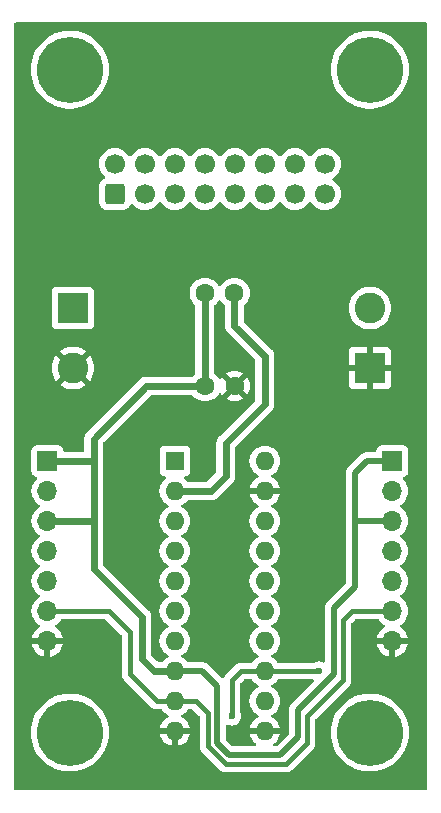
<source format=gbr>
G04 #@! TF.GenerationSoftware,KiCad,Pcbnew,7.0.1*
G04 #@! TF.CreationDate,2023-05-03T21:59:58+05:00*
G04 #@! TF.ProjectId,Breakout_TPIC6B595N_v1.0,42726561-6b6f-4757-945f-545049433642,rev?*
G04 #@! TF.SameCoordinates,Original*
G04 #@! TF.FileFunction,Copper,L1,Top*
G04 #@! TF.FilePolarity,Positive*
%FSLAX46Y46*%
G04 Gerber Fmt 4.6, Leading zero omitted, Abs format (unit mm)*
G04 Created by KiCad (PCBNEW 7.0.1) date 2023-05-03 21:59:58*
%MOMM*%
%LPD*%
G01*
G04 APERTURE LIST*
G04 Aperture macros list*
%AMRoundRect*
0 Rectangle with rounded corners*
0 $1 Rounding radius*
0 $2 $3 $4 $5 $6 $7 $8 $9 X,Y pos of 4 corners*
0 Add a 4 corners polygon primitive as box body*
4,1,4,$2,$3,$4,$5,$6,$7,$8,$9,$2,$3,0*
0 Add four circle primitives for the rounded corners*
1,1,$1+$1,$2,$3*
1,1,$1+$1,$4,$5*
1,1,$1+$1,$6,$7*
1,1,$1+$1,$8,$9*
0 Add four rect primitives between the rounded corners*
20,1,$1+$1,$2,$3,$4,$5,0*
20,1,$1+$1,$4,$5,$6,$7,0*
20,1,$1+$1,$6,$7,$8,$9,0*
20,1,$1+$1,$8,$9,$2,$3,0*%
G04 Aperture macros list end*
G04 #@! TA.AperFunction,ComponentPad*
%ADD10C,5.600000*%
G04 #@! TD*
G04 #@! TA.AperFunction,ComponentPad*
%ADD11C,1.600000*%
G04 #@! TD*
G04 #@! TA.AperFunction,ComponentPad*
%ADD12R,1.700000X1.700000*%
G04 #@! TD*
G04 #@! TA.AperFunction,ComponentPad*
%ADD13O,1.700000X1.700000*%
G04 #@! TD*
G04 #@! TA.AperFunction,ComponentPad*
%ADD14RoundRect,0.250000X0.600000X-0.600000X0.600000X0.600000X-0.600000X0.600000X-0.600000X-0.600000X0*%
G04 #@! TD*
G04 #@! TA.AperFunction,ComponentPad*
%ADD15C,1.700000*%
G04 #@! TD*
G04 #@! TA.AperFunction,ComponentPad*
%ADD16R,1.600000X1.600000*%
G04 #@! TD*
G04 #@! TA.AperFunction,ComponentPad*
%ADD17O,1.600000X1.600000*%
G04 #@! TD*
G04 #@! TA.AperFunction,ComponentPad*
%ADD18R,2.600000X2.600000*%
G04 #@! TD*
G04 #@! TA.AperFunction,ComponentPad*
%ADD19C,2.600000*%
G04 #@! TD*
G04 #@! TA.AperFunction,ViaPad*
%ADD20C,0.600000*%
G04 #@! TD*
G04 #@! TA.AperFunction,Conductor*
%ADD21C,0.500000*%
G04 #@! TD*
G04 #@! TA.AperFunction,Conductor*
%ADD22C,0.600000*%
G04 #@! TD*
G04 #@! TA.AperFunction,Conductor*
%ADD23C,0.400000*%
G04 #@! TD*
G04 APERTURE END LIST*
D10*
X125730000Y-55000000D03*
D11*
X137180000Y-81788000D03*
X139680000Y-81788000D03*
D10*
X151130000Y-111125000D03*
D12*
X153035000Y-88138000D03*
D13*
X153035000Y-90678000D03*
X153035000Y-93218000D03*
X153035000Y-95758000D03*
X153035000Y-98298000D03*
X153035000Y-100838000D03*
X153035000Y-103378000D03*
D10*
X125730000Y-111125000D03*
D11*
X137160000Y-73914000D03*
X139660000Y-73914000D03*
D14*
X129540000Y-65522500D03*
D15*
X129540000Y-62982500D03*
X132080000Y-65522500D03*
X132080000Y-62982500D03*
X134620000Y-65522500D03*
X134620000Y-62982500D03*
X137160000Y-65522500D03*
X137160000Y-62982500D03*
X139700000Y-65522500D03*
X139700000Y-62982500D03*
X142240000Y-65522500D03*
X142240000Y-62982500D03*
X144780000Y-65522500D03*
X144780000Y-62982500D03*
X147320000Y-65522500D03*
X147320000Y-62982500D03*
D16*
X134615000Y-88138000D03*
D17*
X134615000Y-90678000D03*
X134615000Y-93218000D03*
X134615000Y-95758000D03*
X134615000Y-98298000D03*
X134615000Y-100838000D03*
X134615000Y-103378000D03*
X134615000Y-105918000D03*
X134615000Y-108458000D03*
X134615000Y-110998000D03*
X142235000Y-110998000D03*
X142235000Y-108458000D03*
X142235000Y-105918000D03*
X142235000Y-103378000D03*
X142235000Y-100838000D03*
X142235000Y-98298000D03*
X142235000Y-95758000D03*
X142235000Y-93218000D03*
X142235000Y-90678000D03*
X142235000Y-88138000D03*
D18*
X125984000Y-75184000D03*
D19*
X125984000Y-80264000D03*
D10*
X151130000Y-55000000D03*
D18*
X151130000Y-80264000D03*
D19*
X151130000Y-75184000D03*
D12*
X123825000Y-88138000D03*
D13*
X123825000Y-90678000D03*
X123825000Y-93218000D03*
X123825000Y-95758000D03*
X123825000Y-98298000D03*
X123825000Y-100838000D03*
X123825000Y-103378000D03*
D20*
X147066000Y-114300000D03*
X123952000Y-106172000D03*
X127508000Y-105664000D03*
X150622000Y-106934000D03*
X153162000Y-106426000D03*
X150622000Y-84328000D03*
X124968000Y-84582000D03*
X131318000Y-87884000D03*
X146304000Y-86360000D03*
X154178000Y-69596000D03*
X122936000Y-69850000D03*
X130048000Y-70612000D03*
X122682000Y-61214000D03*
X122936000Y-66802000D03*
X130302000Y-58674000D03*
X153670000Y-63500000D03*
X146812000Y-70866000D03*
X145288000Y-58928000D03*
X138684000Y-58420000D03*
X138176000Y-69596000D03*
X139446000Y-109728000D03*
X146812000Y-105918000D03*
D21*
X153035000Y-93218000D02*
X149860000Y-93218000D01*
X149860000Y-93218000D02*
X149860000Y-89154000D01*
X149860000Y-98806000D02*
X149860000Y-93218000D01*
D22*
X127762000Y-94234000D02*
X127762000Y-93218000D01*
X132842000Y-105918000D02*
X131826000Y-104902000D01*
X137160000Y-81768000D02*
X137180000Y-81788000D01*
X127635000Y-88138000D02*
X127762000Y-88265000D01*
X127762000Y-93218000D02*
X123825000Y-93218000D01*
D21*
X136906000Y-105918000D02*
X138176000Y-107188000D01*
X138176000Y-112014000D02*
X139192000Y-113030000D01*
D22*
X127762000Y-89154000D02*
X127762000Y-86233000D01*
X131826000Y-104902000D02*
X131826000Y-101346000D01*
X132207000Y-81788000D02*
X137180000Y-81788000D01*
D21*
X145034000Y-109220000D02*
X148082000Y-106172000D01*
D22*
X127762000Y-88265000D02*
X127762000Y-89154000D01*
X127762000Y-86233000D02*
X132207000Y-81788000D01*
D21*
X149860000Y-89154000D02*
X150876000Y-88138000D01*
X139192000Y-113030000D02*
X143510000Y-113030000D01*
D22*
X123825000Y-88138000D02*
X127635000Y-88138000D01*
X131826000Y-101346000D02*
X127762000Y-97282000D01*
X127762000Y-89154000D02*
X127762000Y-94234000D01*
D21*
X134615000Y-105918000D02*
X136906000Y-105918000D01*
X148082000Y-100584000D02*
X149860000Y-98806000D01*
X145034000Y-111506000D02*
X145034000Y-109220000D01*
X138176000Y-107188000D02*
X138176000Y-112014000D01*
X148082000Y-106172000D02*
X148082000Y-100584000D01*
D22*
X127762000Y-97282000D02*
X127762000Y-94234000D01*
D21*
X143510000Y-113030000D02*
X145034000Y-111506000D01*
D22*
X134615000Y-105918000D02*
X132842000Y-105918000D01*
D21*
X150876000Y-88138000D02*
X153035000Y-88138000D01*
D22*
X137160000Y-73914000D02*
X137160000Y-81768000D01*
D23*
X139446000Y-106680000D02*
X140208000Y-105918000D01*
X140208000Y-105918000D02*
X142235000Y-105918000D01*
X146812000Y-105918000D02*
X142235000Y-105918000D01*
X139446000Y-109728000D02*
X139446000Y-106680000D01*
X137414000Y-109474000D02*
X136398000Y-108458000D01*
X133096000Y-108458000D02*
X134615000Y-108458000D01*
X138938000Y-113792000D02*
X137414000Y-112268000D01*
X137414000Y-112268000D02*
X137414000Y-109474000D01*
X130810000Y-106172000D02*
X133096000Y-108458000D01*
X129032000Y-100838000D02*
X130810000Y-102616000D01*
X123825000Y-100838000D02*
X129032000Y-100838000D01*
X149606000Y-100838000D02*
X148844000Y-101600000D01*
X148844000Y-106680000D02*
X145796000Y-109728000D01*
X145796000Y-112014000D02*
X144018000Y-113792000D01*
X145796000Y-109728000D02*
X145796000Y-112014000D01*
X130810000Y-102616000D02*
X130810000Y-106172000D01*
X148844000Y-101600000D02*
X148844000Y-106680000D01*
X144018000Y-113792000D02*
X138938000Y-113792000D01*
X153035000Y-100838000D02*
X149606000Y-100838000D01*
X136398000Y-108458000D02*
X134615000Y-108458000D01*
D22*
X134615000Y-90678000D02*
X137668000Y-90678000D01*
X142240000Y-79248000D02*
X139660000Y-76668000D01*
X138938000Y-89408000D02*
X138938000Y-86614000D01*
X142240000Y-83312000D02*
X142240000Y-79248000D01*
X139660000Y-76668000D02*
X139660000Y-73914000D01*
X138938000Y-86614000D02*
X142240000Y-83312000D01*
X137668000Y-90678000D02*
X138938000Y-89408000D01*
G04 #@! TA.AperFunction,Conductor*
G36*
X141130584Y-106632511D02*
G01*
X141174902Y-106671377D01*
X141234953Y-106757140D01*
X141395859Y-106918046D01*
X141549381Y-107025542D01*
X141582266Y-107048568D01*
X141640275Y-107075618D01*
X141692450Y-107121375D01*
X141711869Y-107188000D01*
X141692450Y-107254625D01*
X141640275Y-107300382D01*
X141582263Y-107327433D01*
X141395859Y-107457953D01*
X141234953Y-107618859D01*
X141104432Y-107805264D01*
X141008261Y-108011502D01*
X140949364Y-108231310D01*
X140929531Y-108458000D01*
X140949364Y-108684689D01*
X141008261Y-108904497D01*
X141104432Y-109110735D01*
X141234953Y-109297140D01*
X141395859Y-109458046D01*
X141582264Y-109588567D01*
X141582265Y-109588567D01*
X141582266Y-109588568D01*
X141640865Y-109615893D01*
X141693040Y-109661650D01*
X141712460Y-109728274D01*
X141693041Y-109794899D01*
X141640866Y-109840656D01*
X141582522Y-109867863D01*
X141396180Y-109998341D01*
X141235341Y-110159180D01*
X141104865Y-110345519D01*
X141008733Y-110551673D01*
X140956128Y-110747999D01*
X140956128Y-110748000D01*
X143513872Y-110748000D01*
X143513871Y-110747999D01*
X143461266Y-110551673D01*
X143365134Y-110345519D01*
X143234658Y-110159180D01*
X143073819Y-109998341D01*
X142887482Y-109867866D01*
X142829133Y-109840657D01*
X142776958Y-109794899D01*
X142757539Y-109728274D01*
X142776959Y-109661649D01*
X142829134Y-109615893D01*
X142887734Y-109588568D01*
X143074139Y-109458047D01*
X143235047Y-109297139D01*
X143365568Y-109110734D01*
X143461739Y-108904496D01*
X143520635Y-108684692D01*
X143540468Y-108458000D01*
X143520635Y-108231308D01*
X143461739Y-108011504D01*
X143365568Y-107805266D01*
X143342877Y-107772860D01*
X143235046Y-107618859D01*
X143074140Y-107457953D01*
X142887733Y-107327431D01*
X142829725Y-107300382D01*
X142777549Y-107254625D01*
X142758129Y-107188000D01*
X142777549Y-107121375D01*
X142829725Y-107075618D01*
X142887734Y-107048568D01*
X143074139Y-106918047D01*
X143235047Y-106757139D01*
X143269697Y-106707653D01*
X143295098Y-106671377D01*
X143339416Y-106632511D01*
X143396673Y-106618500D01*
X146274770Y-106618500D01*
X146331065Y-106632015D01*
X146375088Y-106669615D01*
X146397243Y-106723102D01*
X146392701Y-106780818D01*
X146362451Y-106830181D01*
X144548358Y-108644272D01*
X144534727Y-108656053D01*
X144515467Y-108670392D01*
X144483633Y-108708329D01*
X144476341Y-108716289D01*
X144472408Y-108720222D01*
X144453176Y-108744545D01*
X144450902Y-108747337D01*
X144401894Y-108805744D01*
X144391418Y-108822187D01*
X144359192Y-108891294D01*
X144357622Y-108894536D01*
X144323393Y-108962692D01*
X144316996Y-108981098D01*
X144301573Y-109055788D01*
X144300793Y-109059305D01*
X144283208Y-109133505D01*
X144281229Y-109152878D01*
X144283448Y-109229131D01*
X144283500Y-109232737D01*
X144283500Y-111143771D01*
X144274061Y-111191224D01*
X144247181Y-111231452D01*
X143235451Y-112243181D01*
X143195223Y-112270061D01*
X143147770Y-112279500D01*
X143064587Y-112279500D01*
X143004471Y-112263953D01*
X142959429Y-112221210D01*
X142940757Y-112161990D01*
X142953136Y-112101142D01*
X142993463Y-112053925D01*
X143073819Y-111997658D01*
X143234658Y-111836819D01*
X143365134Y-111650480D01*
X143461266Y-111444326D01*
X143513872Y-111248000D01*
X140956128Y-111248000D01*
X141008733Y-111444326D01*
X141104865Y-111650480D01*
X141235341Y-111836819D01*
X141396180Y-111997658D01*
X141476537Y-112053925D01*
X141516864Y-112101142D01*
X141529243Y-112161990D01*
X141510571Y-112221210D01*
X141465529Y-112263953D01*
X141405413Y-112279500D01*
X139554230Y-112279500D01*
X139506777Y-112270061D01*
X139466549Y-112243181D01*
X138962819Y-111739451D01*
X138935939Y-111699223D01*
X138926500Y-111651770D01*
X138926500Y-110569073D01*
X138940333Y-110512159D01*
X138978745Y-110467944D01*
X139033166Y-110446291D01*
X139091454Y-110452031D01*
X139096477Y-110453788D01*
X139096478Y-110453789D01*
X139266745Y-110513368D01*
X139446000Y-110533565D01*
X139625255Y-110513368D01*
X139795522Y-110453789D01*
X139948262Y-110357816D01*
X140075816Y-110230262D01*
X140171789Y-110077522D01*
X140231368Y-109907255D01*
X140251565Y-109728000D01*
X140231368Y-109548745D01*
X140171789Y-109378478D01*
X140165505Y-109368478D01*
X140146500Y-109302507D01*
X140146500Y-107021519D01*
X140155939Y-106974066D01*
X140182819Y-106933838D01*
X140461838Y-106654819D01*
X140502066Y-106627939D01*
X140549519Y-106618500D01*
X141073327Y-106618500D01*
X141130584Y-106632511D01*
G37*
G04 #@! TD.AperFunction*
G04 #@! TA.AperFunction,Conductor*
G36*
X138476626Y-74499439D02*
G01*
X138522380Y-74551612D01*
X138529432Y-74566734D01*
X138529434Y-74566738D01*
X138659953Y-74753140D01*
X138823181Y-74916368D01*
X138850061Y-74956596D01*
X138859500Y-75004049D01*
X138859500Y-76758196D01*
X138868017Y-76795518D01*
X138870345Y-76809219D01*
X138874631Y-76847252D01*
X138887272Y-76883380D01*
X138891119Y-76896736D01*
X138899638Y-76934058D01*
X138916250Y-76968553D01*
X138921570Y-76981398D01*
X138934209Y-77017520D01*
X138944770Y-77034327D01*
X138954576Y-77049933D01*
X138961298Y-77062095D01*
X138977908Y-77096586D01*
X139001772Y-77126510D01*
X139009818Y-77137850D01*
X139030184Y-77170262D01*
X141403181Y-79543259D01*
X141430061Y-79583487D01*
X141439500Y-79630940D01*
X141439500Y-82929060D01*
X141430061Y-82976513D01*
X141403181Y-83016741D01*
X138418297Y-86001624D01*
X138308185Y-86111735D01*
X138287817Y-86144151D01*
X138279772Y-86155489D01*
X138255908Y-86185413D01*
X138239300Y-86219899D01*
X138232576Y-86232064D01*
X138212211Y-86264475D01*
X138199565Y-86300613D01*
X138194246Y-86313453D01*
X138177639Y-86347938D01*
X138169118Y-86385268D01*
X138165270Y-86398623D01*
X138152631Y-86434743D01*
X138148345Y-86472780D01*
X138146017Y-86486480D01*
X138137500Y-86523803D01*
X138137500Y-89025060D01*
X138128061Y-89072513D01*
X138101181Y-89112741D01*
X137372741Y-89841181D01*
X137332513Y-89868061D01*
X137285060Y-89877500D01*
X135705049Y-89877500D01*
X135657596Y-89868061D01*
X135617368Y-89841181D01*
X135454140Y-89677953D01*
X135429537Y-89660726D01*
X135390399Y-89615884D01*
X135376666Y-89557970D01*
X135391500Y-89500328D01*
X135431485Y-89456239D01*
X135487406Y-89435861D01*
X135522483Y-89432091D01*
X135657331Y-89381796D01*
X135772546Y-89295546D01*
X135858796Y-89180331D01*
X135909091Y-89045483D01*
X135915500Y-88985873D01*
X135915499Y-87290128D01*
X135909091Y-87230517D01*
X135858796Y-87095669D01*
X135772546Y-86980454D01*
X135657331Y-86894204D01*
X135522483Y-86843909D01*
X135462873Y-86837500D01*
X135462869Y-86837500D01*
X133767130Y-86837500D01*
X133707515Y-86843909D01*
X133572669Y-86894204D01*
X133457454Y-86980454D01*
X133371204Y-87095668D01*
X133320909Y-87230516D01*
X133314500Y-87290130D01*
X133314500Y-88985869D01*
X133320909Y-89045484D01*
X133339558Y-89095483D01*
X133371204Y-89180331D01*
X133457454Y-89295546D01*
X133572669Y-89381796D01*
X133707517Y-89432091D01*
X133742594Y-89435862D01*
X133798513Y-89456239D01*
X133838497Y-89500327D01*
X133853332Y-89557968D01*
X133839600Y-89615881D01*
X133800464Y-89660724D01*
X133775860Y-89677952D01*
X133614953Y-89838859D01*
X133484432Y-90025264D01*
X133388261Y-90231502D01*
X133329364Y-90451310D01*
X133309531Y-90678000D01*
X133329364Y-90904689D01*
X133388261Y-91124497D01*
X133484432Y-91330735D01*
X133614953Y-91517140D01*
X133775859Y-91678046D01*
X133962263Y-91808566D01*
X133962266Y-91808568D01*
X134019683Y-91835342D01*
X134020275Y-91835618D01*
X134072450Y-91881375D01*
X134091869Y-91948000D01*
X134072450Y-92014625D01*
X134020275Y-92060382D01*
X133962263Y-92087433D01*
X133775859Y-92217953D01*
X133614953Y-92378859D01*
X133484432Y-92565264D01*
X133388261Y-92771502D01*
X133329364Y-92991310D01*
X133309531Y-93218000D01*
X133329364Y-93444689D01*
X133388261Y-93664497D01*
X133484432Y-93870735D01*
X133614953Y-94057140D01*
X133775859Y-94218046D01*
X133962263Y-94348566D01*
X133962266Y-94348568D01*
X134020275Y-94375618D01*
X134072450Y-94421375D01*
X134091869Y-94488000D01*
X134072450Y-94554625D01*
X134020275Y-94600382D01*
X133962263Y-94627433D01*
X133775859Y-94757953D01*
X133614953Y-94918859D01*
X133484432Y-95105264D01*
X133388261Y-95311502D01*
X133329364Y-95531310D01*
X133309531Y-95758000D01*
X133329364Y-95984689D01*
X133388261Y-96204497D01*
X133484432Y-96410735D01*
X133614953Y-96597140D01*
X133775859Y-96758046D01*
X133830765Y-96796491D01*
X133962266Y-96888568D01*
X134020273Y-96915617D01*
X134072449Y-96961373D01*
X134091869Y-97027997D01*
X134072451Y-97094622D01*
X134020276Y-97140380D01*
X133962266Y-97167431D01*
X133775859Y-97297953D01*
X133614953Y-97458859D01*
X133484432Y-97645264D01*
X133388261Y-97851502D01*
X133329364Y-98071310D01*
X133309531Y-98298000D01*
X133329364Y-98524689D01*
X133388261Y-98744497D01*
X133484432Y-98950735D01*
X133614953Y-99137140D01*
X133775859Y-99298046D01*
X133858067Y-99355608D01*
X133962266Y-99428568D01*
X134020275Y-99455618D01*
X134072450Y-99501375D01*
X134091869Y-99568000D01*
X134072450Y-99634625D01*
X134020275Y-99680382D01*
X133962263Y-99707433D01*
X133775859Y-99837953D01*
X133614953Y-99998859D01*
X133484432Y-100185264D01*
X133388261Y-100391502D01*
X133329364Y-100611310D01*
X133309531Y-100838000D01*
X133329364Y-101064689D01*
X133388261Y-101284497D01*
X133484432Y-101490735D01*
X133614953Y-101677140D01*
X133775859Y-101838046D01*
X133962263Y-101968566D01*
X133962266Y-101968568D01*
X134020275Y-101995618D01*
X134072450Y-102041375D01*
X134091869Y-102108000D01*
X134072450Y-102174625D01*
X134020275Y-102220382D01*
X133962263Y-102247433D01*
X133775859Y-102377953D01*
X133614953Y-102538859D01*
X133484432Y-102725264D01*
X133388261Y-102931502D01*
X133329364Y-103151310D01*
X133309531Y-103378000D01*
X133329364Y-103604689D01*
X133388261Y-103824497D01*
X133484432Y-104030735D01*
X133614953Y-104217140D01*
X133775859Y-104378046D01*
X133830215Y-104416106D01*
X133962266Y-104508568D01*
X134020275Y-104535618D01*
X134072450Y-104581375D01*
X134091869Y-104648000D01*
X134072450Y-104714625D01*
X134020275Y-104760382D01*
X133962263Y-104787433D01*
X133775859Y-104917953D01*
X133612632Y-105081181D01*
X133572404Y-105108061D01*
X133524951Y-105117500D01*
X133224940Y-105117500D01*
X133177487Y-105108061D01*
X133137259Y-105081181D01*
X132662819Y-104606741D01*
X132635939Y-104566513D01*
X132626500Y-104519060D01*
X132626500Y-101255807D01*
X132617982Y-101218487D01*
X132615653Y-101204776D01*
X132611368Y-101166745D01*
X132598725Y-101130611D01*
X132594876Y-101117250D01*
X132586360Y-101079939D01*
X132569749Y-101045446D01*
X132564427Y-101032597D01*
X132551789Y-100996478D01*
X132531428Y-100964074D01*
X132524704Y-100951909D01*
X132508092Y-100917412D01*
X132484221Y-100887480D01*
X132476180Y-100876147D01*
X132455816Y-100843738D01*
X132328262Y-100716184D01*
X128598819Y-96986741D01*
X128571939Y-96946513D01*
X128562500Y-96899060D01*
X128562500Y-93269915D01*
X128563280Y-93256030D01*
X128567565Y-93218000D01*
X128563280Y-93179970D01*
X128562500Y-93166085D01*
X128562500Y-86615940D01*
X128571939Y-86568487D01*
X128598819Y-86528259D01*
X132502259Y-82624819D01*
X132542487Y-82597939D01*
X132589940Y-82588500D01*
X136089951Y-82588500D01*
X136137404Y-82597939D01*
X136177632Y-82624819D01*
X136340859Y-82788046D01*
X136527264Y-82918567D01*
X136527265Y-82918567D01*
X136527266Y-82918568D01*
X136733504Y-83014739D01*
X136953308Y-83073635D01*
X137180000Y-83093468D01*
X137406692Y-83073635D01*
X137626496Y-83014739D01*
X137832734Y-82918568D01*
X137906344Y-82867026D01*
X138954526Y-82867026D01*
X139027515Y-82918133D01*
X139233673Y-83014266D01*
X139453397Y-83073141D01*
X139680000Y-83092966D01*
X139906602Y-83073141D01*
X140126326Y-83014266D01*
X140332480Y-82918134D01*
X140405472Y-82867025D01*
X139680001Y-82141553D01*
X139680000Y-82141553D01*
X138954526Y-82867025D01*
X138954526Y-82867026D01*
X137906344Y-82867026D01*
X138019139Y-82788047D01*
X138180047Y-82627139D01*
X138310568Y-82440734D01*
X138317893Y-82425023D01*
X138363647Y-82372849D01*
X138430273Y-82353428D01*
X138496899Y-82372847D01*
X138542657Y-82425023D01*
X138549866Y-82440483D01*
X138600972Y-82513471D01*
X138600974Y-82513472D01*
X139326446Y-81788001D01*
X140033553Y-81788001D01*
X140759025Y-82513472D01*
X140810134Y-82440480D01*
X140906266Y-82234326D01*
X140965141Y-82014602D01*
X140984966Y-81788000D01*
X140965141Y-81561397D01*
X140906266Y-81341673D01*
X140810133Y-81135515D01*
X140759025Y-81062526D01*
X140033553Y-81788000D01*
X140033553Y-81788001D01*
X139326446Y-81788001D01*
X139326446Y-81788000D01*
X138600973Y-81062526D01*
X138600973Y-81062527D01*
X138549865Y-81135517D01*
X138542656Y-81150977D01*
X138496899Y-81203151D01*
X138430274Y-81222570D01*
X138363649Y-81203150D01*
X138317893Y-81150975D01*
X138310567Y-81135264D01*
X138180046Y-80948859D01*
X138019141Y-80787954D01*
X138013378Y-80783919D01*
X137974511Y-80739601D01*
X137967016Y-80708973D01*
X138954526Y-80708973D01*
X139680000Y-81434446D01*
X139680001Y-81434446D01*
X140405472Y-80708974D01*
X140405471Y-80708972D01*
X140332484Y-80657866D01*
X140126326Y-80561733D01*
X139906602Y-80502858D01*
X139680000Y-80483033D01*
X139453397Y-80502858D01*
X139233672Y-80561733D01*
X139027516Y-80657865D01*
X138954527Y-80708973D01*
X138954526Y-80708973D01*
X137967016Y-80708973D01*
X137960500Y-80682343D01*
X137960500Y-75004049D01*
X137969939Y-74956596D01*
X137996819Y-74916368D01*
X138160046Y-74753140D01*
X138290565Y-74566738D01*
X138290564Y-74566738D01*
X138290568Y-74566734D01*
X138297619Y-74551612D01*
X138343374Y-74499439D01*
X138410000Y-74480019D01*
X138476626Y-74499439D01*
G37*
G04 #@! TD.AperFunction*
G04 #@! TA.AperFunction,Conductor*
G36*
X155937500Y-51017113D02*
G01*
X155982887Y-51062500D01*
X155999500Y-51124500D01*
X155999500Y-115875500D01*
X155982887Y-115937500D01*
X155937500Y-115982887D01*
X155875500Y-115999500D01*
X121124500Y-115999500D01*
X121062500Y-115982887D01*
X121017113Y-115937500D01*
X121000500Y-115875500D01*
X121000500Y-111125000D01*
X122424651Y-111125000D01*
X122444027Y-111482364D01*
X122501930Y-111835559D01*
X122597674Y-112180401D01*
X122730146Y-112512881D01*
X122897786Y-112829080D01*
X123098636Y-113125313D01*
X123330332Y-113398086D01*
X123590161Y-113644210D01*
X123875080Y-113860799D01*
X123875081Y-113860800D01*
X124181747Y-114045315D01*
X124506565Y-114195591D01*
X124845726Y-114309868D01*
X125195254Y-114386805D01*
X125516151Y-114421704D01*
X125551051Y-114425500D01*
X125551052Y-114425500D01*
X125908948Y-114425500D01*
X125908949Y-114425500D01*
X125940730Y-114422043D01*
X126264746Y-114386805D01*
X126614274Y-114309868D01*
X126953435Y-114195591D01*
X127278253Y-114045315D01*
X127584919Y-113860800D01*
X127869837Y-113644211D01*
X128129668Y-113398086D01*
X128361365Y-113125311D01*
X128562211Y-112829085D01*
X128681403Y-112604266D01*
X128729853Y-112512881D01*
X128862325Y-112180401D01*
X128958069Y-111835559D01*
X128958068Y-111835559D01*
X128958071Y-111835552D01*
X129015972Y-111482371D01*
X129028679Y-111248000D01*
X133336128Y-111248000D01*
X133388733Y-111444326D01*
X133484865Y-111650480D01*
X133615341Y-111836819D01*
X133776180Y-111997658D01*
X133962519Y-112128134D01*
X134168673Y-112224266D01*
X134364999Y-112276871D01*
X134365000Y-112276872D01*
X134365000Y-111248000D01*
X134865000Y-111248000D01*
X134865000Y-112276871D01*
X135061326Y-112224266D01*
X135267480Y-112128134D01*
X135453819Y-111997658D01*
X135614658Y-111836819D01*
X135745134Y-111650480D01*
X135841266Y-111444326D01*
X135893872Y-111248000D01*
X134865000Y-111248000D01*
X134365000Y-111248000D01*
X133336128Y-111248000D01*
X129028679Y-111248000D01*
X129035348Y-111125000D01*
X129015972Y-110767629D01*
X128958071Y-110414448D01*
X128958069Y-110414440D01*
X128862325Y-110069598D01*
X128729853Y-109737118D01*
X128562213Y-109420919D01*
X128562211Y-109420915D01*
X128361365Y-109124689D01*
X128361363Y-109124686D01*
X128129667Y-108851913D01*
X127869838Y-108605789D01*
X127584918Y-108389199D01*
X127278250Y-108204683D01*
X126953439Y-108054411D01*
X126953440Y-108054411D01*
X126953435Y-108054409D01*
X126614274Y-107940132D01*
X126614273Y-107940131D01*
X126614271Y-107940131D01*
X126402189Y-107893448D01*
X126264746Y-107863195D01*
X126086847Y-107843847D01*
X125908949Y-107824500D01*
X125908948Y-107824500D01*
X125551052Y-107824500D01*
X125551051Y-107824500D01*
X125195254Y-107863195D01*
X124845728Y-107940131D01*
X124742752Y-107974828D01*
X124506565Y-108054409D01*
X124506562Y-108054410D01*
X124506560Y-108054411D01*
X124181749Y-108204683D01*
X123875081Y-108389199D01*
X123590161Y-108605789D01*
X123330332Y-108851913D01*
X123098636Y-109124686D01*
X122897786Y-109420919D01*
X122730146Y-109737118D01*
X122597674Y-110069598D01*
X122501930Y-110414440D01*
X122444027Y-110767635D01*
X122424651Y-111125000D01*
X121000500Y-111125000D01*
X121000500Y-103628000D01*
X122494364Y-103628000D01*
X122551569Y-103841492D01*
X122651399Y-104055576D01*
X122786893Y-104249081D01*
X122953918Y-104416106D01*
X123147423Y-104551600D01*
X123361507Y-104651430D01*
X123574999Y-104708635D01*
X123575000Y-104708636D01*
X123575000Y-103628000D01*
X124075000Y-103628000D01*
X124075000Y-104708635D01*
X124288492Y-104651430D01*
X124502576Y-104551600D01*
X124696081Y-104416106D01*
X124863106Y-104249081D01*
X124998600Y-104055576D01*
X125098430Y-103841492D01*
X125155636Y-103628000D01*
X124075000Y-103628000D01*
X123575000Y-103628000D01*
X122494364Y-103628000D01*
X121000500Y-103628000D01*
X121000500Y-100838000D01*
X122469340Y-100838000D01*
X122489936Y-101073407D01*
X122528810Y-101218487D01*
X122551097Y-101301663D01*
X122650965Y-101515830D01*
X122786505Y-101709401D01*
X122953599Y-101876495D01*
X123139597Y-102006732D01*
X123178460Y-102051048D01*
X123192471Y-102108305D01*
X123178461Y-102165561D01*
X123139595Y-102209880D01*
X122953919Y-102339892D01*
X122786890Y-102506921D01*
X122651400Y-102700421D01*
X122551569Y-102914507D01*
X122494364Y-103127999D01*
X122494364Y-103128000D01*
X125155636Y-103128000D01*
X125155635Y-103127999D01*
X125098430Y-102914507D01*
X124998599Y-102700421D01*
X124863109Y-102506921D01*
X124696081Y-102339893D01*
X124510404Y-102209880D01*
X124471539Y-102165562D01*
X124457528Y-102108305D01*
X124471539Y-102051048D01*
X124510402Y-102006732D01*
X124696401Y-101876495D01*
X124863495Y-101709401D01*
X124946136Y-101591376D01*
X124990454Y-101552511D01*
X125047711Y-101538500D01*
X128690481Y-101538500D01*
X128737934Y-101547939D01*
X128778162Y-101574819D01*
X130073181Y-102869838D01*
X130100061Y-102910066D01*
X130109500Y-102957519D01*
X130109500Y-106147079D01*
X130109274Y-106154566D01*
X130105641Y-106214607D01*
X130116483Y-106273771D01*
X130117610Y-106281172D01*
X130124860Y-106340873D01*
X130128450Y-106350339D01*
X130134475Y-106371952D01*
X130136303Y-106381929D01*
X130160991Y-106436783D01*
X130163856Y-106443701D01*
X130185180Y-106499926D01*
X130185182Y-106499930D01*
X130190941Y-106508273D01*
X130201961Y-106527813D01*
X130206120Y-106537054D01*
X130243216Y-106584405D01*
X130247654Y-106590436D01*
X130276696Y-106632511D01*
X130281817Y-106639929D01*
X130326847Y-106679822D01*
X130332283Y-106684940D01*
X132583058Y-108935715D01*
X132588178Y-108941153D01*
X132628071Y-108986183D01*
X132677577Y-109020354D01*
X132683596Y-109024785D01*
X132723170Y-109055788D01*
X132730943Y-109061878D01*
X132740190Y-109066039D01*
X132759726Y-109077058D01*
X132768070Y-109082818D01*
X132824334Y-109104155D01*
X132831195Y-109106997D01*
X132886068Y-109131694D01*
X132896036Y-109133520D01*
X132917652Y-109139546D01*
X132927128Y-109143140D01*
X132986856Y-109150392D01*
X132994201Y-109151509D01*
X133053394Y-109162357D01*
X133113422Y-109158726D01*
X133120910Y-109158500D01*
X133453327Y-109158500D01*
X133510584Y-109172511D01*
X133554902Y-109211377D01*
X133614953Y-109297140D01*
X133775859Y-109458046D01*
X133962264Y-109588567D01*
X133962265Y-109588567D01*
X133962266Y-109588568D01*
X134020865Y-109615893D01*
X134073040Y-109661650D01*
X134092460Y-109728274D01*
X134073041Y-109794899D01*
X134020866Y-109840656D01*
X133962522Y-109867863D01*
X133776180Y-109998341D01*
X133615341Y-110159180D01*
X133484865Y-110345519D01*
X133388733Y-110551673D01*
X133336128Y-110747999D01*
X133336128Y-110748000D01*
X135893872Y-110748000D01*
X135893871Y-110747999D01*
X135841266Y-110551673D01*
X135745134Y-110345519D01*
X135614658Y-110159180D01*
X135453819Y-109998341D01*
X135267482Y-109867866D01*
X135209133Y-109840657D01*
X135156958Y-109794899D01*
X135137539Y-109728274D01*
X135156959Y-109661649D01*
X135209134Y-109615893D01*
X135267734Y-109588568D01*
X135454139Y-109458047D01*
X135615047Y-109297139D01*
X135638592Y-109263512D01*
X135675098Y-109211377D01*
X135719416Y-109172511D01*
X135776673Y-109158500D01*
X136056481Y-109158500D01*
X136103934Y-109167939D01*
X136144162Y-109194819D01*
X136677181Y-109727838D01*
X136704061Y-109768066D01*
X136713500Y-109815519D01*
X136713500Y-112243079D01*
X136713274Y-112250566D01*
X136709641Y-112310607D01*
X136720483Y-112369771D01*
X136721610Y-112377172D01*
X136728860Y-112436873D01*
X136732450Y-112446339D01*
X136738475Y-112467952D01*
X136740303Y-112477929D01*
X136764991Y-112532783D01*
X136767856Y-112539701D01*
X136789180Y-112595926D01*
X136789182Y-112595930D01*
X136794941Y-112604273D01*
X136805961Y-112623813D01*
X136810120Y-112633054D01*
X136847216Y-112680405D01*
X136851651Y-112686432D01*
X136885817Y-112735929D01*
X136930847Y-112775822D01*
X136936283Y-112780940D01*
X138425051Y-114269707D01*
X138430171Y-114275145D01*
X138470071Y-114320183D01*
X138519565Y-114354346D01*
X138519577Y-114354354D01*
X138525603Y-114358788D01*
X138572943Y-114395877D01*
X138582178Y-114400033D01*
X138601726Y-114411058D01*
X138610070Y-114416818D01*
X138666322Y-114438151D01*
X138673228Y-114441012D01*
X138728068Y-114465694D01*
X138738030Y-114467519D01*
X138759650Y-114473546D01*
X138769125Y-114477139D01*
X138769128Y-114477140D01*
X138828856Y-114484392D01*
X138836201Y-114485509D01*
X138895394Y-114496357D01*
X138955421Y-114492726D01*
X138962909Y-114492500D01*
X143993079Y-114492500D01*
X144000566Y-114492726D01*
X144003706Y-114492915D01*
X144060606Y-114496358D01*
X144119782Y-114485513D01*
X144127181Y-114484387D01*
X144186872Y-114477140D01*
X144196335Y-114473550D01*
X144217958Y-114467522D01*
X144227932Y-114465695D01*
X144282808Y-114440996D01*
X144289673Y-114438152D01*
X144345930Y-114416818D01*
X144354270Y-114411060D01*
X144373819Y-114400035D01*
X144383057Y-114395878D01*
X144430413Y-114358775D01*
X144436423Y-114354354D01*
X144485929Y-114320183D01*
X144525823Y-114275150D01*
X144530924Y-114269731D01*
X146273731Y-112526924D01*
X146279150Y-112521823D01*
X146324183Y-112481929D01*
X146358377Y-112432389D01*
X146362770Y-112426419D01*
X146399878Y-112379056D01*
X146404035Y-112369818D01*
X146415061Y-112350268D01*
X146420818Y-112341930D01*
X146442152Y-112285674D01*
X146444994Y-112278811D01*
X146469695Y-112223931D01*
X146471522Y-112213956D01*
X146477549Y-112192339D01*
X146481140Y-112182872D01*
X146488387Y-112123179D01*
X146489514Y-112115777D01*
X146492196Y-112101142D01*
X146500358Y-112056606D01*
X146496726Y-111996566D01*
X146496500Y-111989079D01*
X146496500Y-111125000D01*
X147824651Y-111125000D01*
X147844027Y-111482364D01*
X147901930Y-111835559D01*
X147997674Y-112180401D01*
X148130146Y-112512881D01*
X148297786Y-112829080D01*
X148498636Y-113125313D01*
X148730332Y-113398086D01*
X148990161Y-113644210D01*
X149275080Y-113860799D01*
X149275081Y-113860800D01*
X149581747Y-114045315D01*
X149906565Y-114195591D01*
X150245726Y-114309868D01*
X150595254Y-114386805D01*
X150916151Y-114421704D01*
X150951051Y-114425500D01*
X150951052Y-114425500D01*
X151308948Y-114425500D01*
X151308949Y-114425500D01*
X151340730Y-114422043D01*
X151664746Y-114386805D01*
X152014274Y-114309868D01*
X152353435Y-114195591D01*
X152678253Y-114045315D01*
X152984919Y-113860800D01*
X153269837Y-113644211D01*
X153529668Y-113398086D01*
X153761365Y-113125311D01*
X153962211Y-112829085D01*
X154081403Y-112604266D01*
X154129853Y-112512881D01*
X154262325Y-112180401D01*
X154358069Y-111835559D01*
X154358068Y-111835559D01*
X154358071Y-111835552D01*
X154415972Y-111482371D01*
X154435348Y-111125000D01*
X154415972Y-110767629D01*
X154358071Y-110414448D01*
X154358069Y-110414440D01*
X154262325Y-110069598D01*
X154129853Y-109737118D01*
X153962213Y-109420919D01*
X153962211Y-109420915D01*
X153761365Y-109124689D01*
X153761363Y-109124686D01*
X153529667Y-108851913D01*
X153269838Y-108605789D01*
X152984918Y-108389199D01*
X152678250Y-108204683D01*
X152353439Y-108054411D01*
X152353440Y-108054411D01*
X152353435Y-108054409D01*
X152014274Y-107940132D01*
X152014273Y-107940131D01*
X152014271Y-107940131D01*
X151802189Y-107893448D01*
X151664746Y-107863195D01*
X151486847Y-107843847D01*
X151308949Y-107824500D01*
X151308948Y-107824500D01*
X150951052Y-107824500D01*
X150951051Y-107824500D01*
X150595254Y-107863195D01*
X150245728Y-107940131D01*
X150142752Y-107974828D01*
X149906565Y-108054409D01*
X149906562Y-108054410D01*
X149906560Y-108054411D01*
X149581749Y-108204683D01*
X149275081Y-108389199D01*
X148990161Y-108605789D01*
X148730332Y-108851913D01*
X148498636Y-109124686D01*
X148297786Y-109420919D01*
X148130146Y-109737118D01*
X147997674Y-110069598D01*
X147901930Y-110414440D01*
X147844027Y-110767635D01*
X147824651Y-111125000D01*
X146496500Y-111125000D01*
X146496500Y-110069519D01*
X146505939Y-110022066D01*
X146532819Y-109981838D01*
X147217518Y-109297139D01*
X149321731Y-107192924D01*
X149327150Y-107187823D01*
X149372183Y-107147929D01*
X149406355Y-107098420D01*
X149410775Y-107092413D01*
X149447878Y-107045057D01*
X149452035Y-107035819D01*
X149463060Y-107016270D01*
X149468818Y-107007930D01*
X149490150Y-106951678D01*
X149492999Y-106944800D01*
X149517695Y-106889931D01*
X149519522Y-106879956D01*
X149525549Y-106858339D01*
X149529140Y-106848872D01*
X149536387Y-106789179D01*
X149537514Y-106781777D01*
X149542029Y-106757139D01*
X149548358Y-106722606D01*
X149544726Y-106662566D01*
X149544500Y-106655079D01*
X149544500Y-103628000D01*
X151704364Y-103628000D01*
X151761569Y-103841492D01*
X151861399Y-104055576D01*
X151996893Y-104249081D01*
X152163918Y-104416106D01*
X152357423Y-104551600D01*
X152571507Y-104651430D01*
X152784999Y-104708635D01*
X152785000Y-104708636D01*
X152785000Y-103628000D01*
X153285000Y-103628000D01*
X153285000Y-104708635D01*
X153498492Y-104651430D01*
X153712576Y-104551600D01*
X153906081Y-104416106D01*
X154073106Y-104249081D01*
X154208600Y-104055576D01*
X154308430Y-103841492D01*
X154365636Y-103628000D01*
X153285000Y-103628000D01*
X152785000Y-103628000D01*
X151704364Y-103628000D01*
X149544500Y-103628000D01*
X149544500Y-101941519D01*
X149553939Y-101894066D01*
X149580819Y-101853838D01*
X149859838Y-101574819D01*
X149900066Y-101547939D01*
X149947519Y-101538500D01*
X151812289Y-101538500D01*
X151869546Y-101552511D01*
X151913863Y-101591376D01*
X151996505Y-101709401D01*
X152163599Y-101876495D01*
X152349597Y-102006732D01*
X152388460Y-102051048D01*
X152402471Y-102108305D01*
X152388461Y-102165561D01*
X152349595Y-102209880D01*
X152163919Y-102339892D01*
X151996890Y-102506921D01*
X151861400Y-102700421D01*
X151761569Y-102914507D01*
X151704364Y-103127999D01*
X151704364Y-103128000D01*
X154365636Y-103128000D01*
X154365635Y-103127999D01*
X154308430Y-102914507D01*
X154208599Y-102700421D01*
X154073109Y-102506921D01*
X153906081Y-102339893D01*
X153720404Y-102209880D01*
X153681539Y-102165562D01*
X153667528Y-102108305D01*
X153681539Y-102051048D01*
X153720402Y-102006732D01*
X153906401Y-101876495D01*
X154073495Y-101709401D01*
X154209035Y-101515830D01*
X154308903Y-101301663D01*
X154370063Y-101073408D01*
X154390659Y-100838000D01*
X154370063Y-100602592D01*
X154308903Y-100374337D01*
X154209035Y-100160171D01*
X154073495Y-99966599D01*
X153906401Y-99799505D01*
X153720839Y-99669573D01*
X153681975Y-99625257D01*
X153667964Y-99568000D01*
X153681975Y-99510743D01*
X153720839Y-99466426D01*
X153906401Y-99336495D01*
X154073495Y-99169401D01*
X154209035Y-98975830D01*
X154308903Y-98761663D01*
X154370063Y-98533408D01*
X154390659Y-98298000D01*
X154370063Y-98062592D01*
X154308903Y-97834337D01*
X154209035Y-97620171D01*
X154073495Y-97426599D01*
X153906401Y-97259505D01*
X153720839Y-97129573D01*
X153681974Y-97085255D01*
X153667964Y-97027999D01*
X153681975Y-96970742D01*
X153720837Y-96926428D01*
X153906401Y-96796495D01*
X154073495Y-96629401D01*
X154209035Y-96435830D01*
X154308903Y-96221663D01*
X154370063Y-95993408D01*
X154390659Y-95758000D01*
X154370063Y-95522592D01*
X154308903Y-95294337D01*
X154209035Y-95080171D01*
X154073495Y-94886599D01*
X153906401Y-94719505D01*
X153720839Y-94589573D01*
X153681975Y-94545257D01*
X153667964Y-94488000D01*
X153681975Y-94430743D01*
X153720839Y-94386426D01*
X153906401Y-94256495D01*
X154073495Y-94089401D01*
X154209035Y-93895830D01*
X154308903Y-93681663D01*
X154370063Y-93453408D01*
X154390659Y-93218000D01*
X154370063Y-92982592D01*
X154308903Y-92754337D01*
X154209035Y-92540171D01*
X154073495Y-92346599D01*
X153906401Y-92179505D01*
X153720839Y-92049573D01*
X153681975Y-92005257D01*
X153667964Y-91948000D01*
X153681975Y-91890743D01*
X153720839Y-91846426D01*
X153906401Y-91716495D01*
X154073495Y-91549401D01*
X154209035Y-91355830D01*
X154308903Y-91141663D01*
X154370063Y-90913408D01*
X154390659Y-90678000D01*
X154370063Y-90442592D01*
X154308903Y-90214337D01*
X154209035Y-90000171D01*
X154073495Y-89806599D01*
X153951569Y-89684673D01*
X153920273Y-89631927D01*
X153918084Y-89570634D01*
X153945537Y-89515789D01*
X153995916Y-89480810D01*
X154127331Y-89431796D01*
X154242546Y-89345546D01*
X154328796Y-89230331D01*
X154379091Y-89095483D01*
X154385500Y-89035873D01*
X154385499Y-87240128D01*
X154379091Y-87180517D01*
X154328796Y-87045669D01*
X154242546Y-86930454D01*
X154127331Y-86844204D01*
X153992483Y-86793909D01*
X153932873Y-86787500D01*
X153932869Y-86787500D01*
X152137130Y-86787500D01*
X152077515Y-86793909D01*
X151942669Y-86844204D01*
X151827454Y-86930454D01*
X151741204Y-87045668D01*
X151690909Y-87180515D01*
X151690909Y-87180517D01*
X151685534Y-87230517D01*
X151684500Y-87240131D01*
X151684500Y-87263500D01*
X151667887Y-87325500D01*
X151622500Y-87370887D01*
X151560500Y-87387500D01*
X150939706Y-87387500D01*
X150921736Y-87386191D01*
X150907853Y-87384157D01*
X150897977Y-87382711D01*
X150897976Y-87382711D01*
X150848631Y-87387028D01*
X150837824Y-87387500D01*
X150832291Y-87387500D01*
X150801501Y-87391098D01*
X150797917Y-87391464D01*
X150721961Y-87398109D01*
X150702921Y-87402330D01*
X150631232Y-87428421D01*
X150627831Y-87429603D01*
X150555479Y-87453579D01*
X150537925Y-87462077D01*
X150474228Y-87503970D01*
X150471190Y-87505905D01*
X150406281Y-87545943D01*
X150391164Y-87558256D01*
X150338848Y-87613708D01*
X150336336Y-87616294D01*
X149374358Y-88578272D01*
X149360727Y-88590053D01*
X149341467Y-88604392D01*
X149309633Y-88642329D01*
X149302341Y-88650289D01*
X149298408Y-88654222D01*
X149279176Y-88678545D01*
X149276902Y-88681337D01*
X149227894Y-88739744D01*
X149217418Y-88756187D01*
X149185192Y-88825294D01*
X149183622Y-88828536D01*
X149149393Y-88896692D01*
X149142996Y-88915098D01*
X149127573Y-88989788D01*
X149126793Y-88993305D01*
X149109208Y-89067505D01*
X149107229Y-89086878D01*
X149109448Y-89163131D01*
X149109500Y-89166737D01*
X149109500Y-93192554D01*
X149109290Y-93199764D01*
X149105668Y-93261934D01*
X149107616Y-93272977D01*
X149109500Y-93294510D01*
X149109500Y-98443771D01*
X149100061Y-98491224D01*
X149073181Y-98531452D01*
X147596359Y-100008271D01*
X147582728Y-100020051D01*
X147563469Y-100034389D01*
X147531633Y-100072329D01*
X147524341Y-100080289D01*
X147520408Y-100084222D01*
X147501176Y-100108545D01*
X147498902Y-100111337D01*
X147449894Y-100169744D01*
X147439418Y-100186187D01*
X147407192Y-100255294D01*
X147405622Y-100258536D01*
X147371393Y-100326692D01*
X147364996Y-100345098D01*
X147349573Y-100419788D01*
X147348793Y-100423305D01*
X147331208Y-100497505D01*
X147329229Y-100516878D01*
X147331448Y-100593131D01*
X147331500Y-100596737D01*
X147331500Y-105076927D01*
X147317667Y-105133841D01*
X147279255Y-105178056D01*
X147224834Y-105199709D01*
X147166546Y-105193969D01*
X147161522Y-105192211D01*
X146991255Y-105132632D01*
X146991254Y-105132631D01*
X146991252Y-105132631D01*
X146812000Y-105112434D01*
X146632748Y-105132631D01*
X146632745Y-105132631D01*
X146632745Y-105132632D01*
X146462478Y-105192211D01*
X146462476Y-105192211D01*
X146462476Y-105192212D01*
X146452479Y-105198494D01*
X146386507Y-105217500D01*
X143396673Y-105217500D01*
X143339416Y-105203489D01*
X143295098Y-105164623D01*
X143235046Y-105078859D01*
X143074140Y-104917953D01*
X142887733Y-104787431D01*
X142829725Y-104760382D01*
X142777549Y-104714625D01*
X142758129Y-104648000D01*
X142777549Y-104581375D01*
X142829725Y-104535618D01*
X142887734Y-104508568D01*
X143074139Y-104378047D01*
X143235047Y-104217139D01*
X143365568Y-104030734D01*
X143461739Y-103824496D01*
X143520635Y-103604692D01*
X143540468Y-103378000D01*
X143520635Y-103151308D01*
X143461739Y-102931504D01*
X143365568Y-102725266D01*
X143235047Y-102538861D01*
X143235046Y-102538859D01*
X143074140Y-102377953D01*
X142887736Y-102247433D01*
X142829723Y-102220381D01*
X142777548Y-102174623D01*
X142758129Y-102107997D01*
X142777549Y-102041372D01*
X142829721Y-101995619D01*
X142887734Y-101968568D01*
X143074139Y-101838047D01*
X143235047Y-101677139D01*
X143365568Y-101490734D01*
X143461739Y-101284496D01*
X143520635Y-101064692D01*
X143540468Y-100838000D01*
X143520635Y-100611308D01*
X143461739Y-100391504D01*
X143365568Y-100185266D01*
X143354699Y-100169744D01*
X143235046Y-99998859D01*
X143074140Y-99837953D01*
X142887733Y-99707431D01*
X142829725Y-99680382D01*
X142777549Y-99634625D01*
X142758129Y-99568000D01*
X142777549Y-99501375D01*
X142829725Y-99455618D01*
X142887734Y-99428568D01*
X143074139Y-99298047D01*
X143235047Y-99137139D01*
X143365568Y-98950734D01*
X143461739Y-98744496D01*
X143520635Y-98524692D01*
X143540468Y-98298000D01*
X143520635Y-98071308D01*
X143461739Y-97851504D01*
X143365568Y-97645266D01*
X143355944Y-97631522D01*
X143235046Y-97458859D01*
X143074140Y-97297953D01*
X142887732Y-97167430D01*
X142829724Y-97140380D01*
X142777549Y-97094623D01*
X142758130Y-97027997D01*
X142777550Y-96961373D01*
X142829721Y-96915619D01*
X142887734Y-96888568D01*
X143074139Y-96758047D01*
X143235047Y-96597139D01*
X143365568Y-96410734D01*
X143461739Y-96204496D01*
X143520635Y-95984692D01*
X143540468Y-95758000D01*
X143520635Y-95531308D01*
X143461739Y-95311504D01*
X143365568Y-95105266D01*
X143347996Y-95080171D01*
X143235046Y-94918859D01*
X143074140Y-94757953D01*
X142887733Y-94627431D01*
X142829725Y-94600382D01*
X142777549Y-94554625D01*
X142758129Y-94488000D01*
X142777549Y-94421375D01*
X142829725Y-94375618D01*
X142887734Y-94348568D01*
X143074139Y-94218047D01*
X143235047Y-94057139D01*
X143365568Y-93870734D01*
X143461739Y-93664496D01*
X143520635Y-93444692D01*
X143540468Y-93218000D01*
X143520635Y-92991308D01*
X143461739Y-92771504D01*
X143365568Y-92565266D01*
X143347996Y-92540171D01*
X143235046Y-92378859D01*
X143074140Y-92217953D01*
X142887736Y-92087433D01*
X142829725Y-92060382D01*
X142829132Y-92060105D01*
X142776958Y-92014348D01*
X142757539Y-91947723D01*
X142776959Y-91881098D01*
X142829135Y-91835342D01*
X142887479Y-91808135D01*
X143073819Y-91677658D01*
X143234658Y-91516819D01*
X143365134Y-91330480D01*
X143461266Y-91124326D01*
X143513872Y-90928000D01*
X140956128Y-90928000D01*
X141008733Y-91124326D01*
X141104865Y-91330480D01*
X141235341Y-91516819D01*
X141396180Y-91677658D01*
X141582519Y-91808134D01*
X141640865Y-91835342D01*
X141693040Y-91881099D01*
X141712460Y-91947723D01*
X141693041Y-92014348D01*
X141640866Y-92060105D01*
X141582267Y-92087430D01*
X141395859Y-92217953D01*
X141234953Y-92378859D01*
X141104432Y-92565264D01*
X141008261Y-92771502D01*
X140949364Y-92991310D01*
X140929531Y-93218000D01*
X140949364Y-93444689D01*
X141008261Y-93664497D01*
X141104432Y-93870735D01*
X141234953Y-94057140D01*
X141395859Y-94218046D01*
X141582263Y-94348566D01*
X141582266Y-94348568D01*
X141640275Y-94375618D01*
X141692450Y-94421375D01*
X141711869Y-94488000D01*
X141692450Y-94554625D01*
X141640275Y-94600382D01*
X141582263Y-94627433D01*
X141395859Y-94757953D01*
X141234953Y-94918859D01*
X141104432Y-95105264D01*
X141008261Y-95311502D01*
X140949364Y-95531310D01*
X140929531Y-95758000D01*
X140949364Y-95984689D01*
X141008261Y-96204497D01*
X141104432Y-96410735D01*
X141234953Y-96597140D01*
X141395859Y-96758046D01*
X141450765Y-96796491D01*
X141582266Y-96888568D01*
X141640273Y-96915617D01*
X141692449Y-96961373D01*
X141711869Y-97027997D01*
X141692451Y-97094622D01*
X141640276Y-97140380D01*
X141582266Y-97167431D01*
X141395859Y-97297953D01*
X141234953Y-97458859D01*
X141104432Y-97645264D01*
X141008261Y-97851502D01*
X140949364Y-98071310D01*
X140929531Y-98298000D01*
X140949364Y-98524689D01*
X141008261Y-98744497D01*
X141104432Y-98950735D01*
X141234953Y-99137140D01*
X141395859Y-99298046D01*
X141478067Y-99355608D01*
X141582266Y-99428568D01*
X141640275Y-99455618D01*
X141692450Y-99501375D01*
X141711869Y-99568000D01*
X141692450Y-99634625D01*
X141640275Y-99680382D01*
X141582263Y-99707433D01*
X141395859Y-99837953D01*
X141234953Y-99998859D01*
X141104432Y-100185264D01*
X141008261Y-100391502D01*
X140949364Y-100611310D01*
X140929531Y-100838000D01*
X140949364Y-101064689D01*
X141008261Y-101284497D01*
X141104432Y-101490735D01*
X141234953Y-101677140D01*
X141395859Y-101838046D01*
X141582263Y-101968566D01*
X141582266Y-101968568D01*
X141640275Y-101995618D01*
X141692450Y-102041375D01*
X141711869Y-102108000D01*
X141692450Y-102174625D01*
X141640275Y-102220382D01*
X141582263Y-102247433D01*
X141395859Y-102377953D01*
X141234953Y-102538859D01*
X141104432Y-102725264D01*
X141008261Y-102931502D01*
X140949364Y-103151310D01*
X140929531Y-103378000D01*
X140949364Y-103604689D01*
X141008261Y-103824497D01*
X141104432Y-104030735D01*
X141234953Y-104217140D01*
X141395859Y-104378046D01*
X141450215Y-104416106D01*
X141582266Y-104508568D01*
X141640275Y-104535618D01*
X141692450Y-104581375D01*
X141711869Y-104648000D01*
X141692450Y-104714625D01*
X141640275Y-104760382D01*
X141582263Y-104787433D01*
X141395859Y-104917953D01*
X141234953Y-105078859D01*
X141174902Y-105164623D01*
X141130584Y-105203489D01*
X141073327Y-105217500D01*
X140232921Y-105217500D01*
X140225434Y-105217274D01*
X140165391Y-105213641D01*
X140106227Y-105224483D01*
X140098828Y-105225610D01*
X140039124Y-105232860D01*
X140029651Y-105236453D01*
X140008047Y-105242476D01*
X139998069Y-105244305D01*
X139943225Y-105268987D01*
X139936310Y-105271851D01*
X139880070Y-105293181D01*
X139871723Y-105298943D01*
X139852187Y-105309961D01*
X139842944Y-105314121D01*
X139795608Y-105351205D01*
X139789582Y-105355639D01*
X139740072Y-105389816D01*
X139700184Y-105434838D01*
X139695052Y-105440289D01*
X138968290Y-106167051D01*
X138962838Y-106172183D01*
X138917816Y-106212070D01*
X138883649Y-106261568D01*
X138879213Y-106267597D01*
X138842121Y-106314942D01*
X138837961Y-106324186D01*
X138826941Y-106343725D01*
X138821182Y-106352069D01*
X138799853Y-106408305D01*
X138796989Y-106415219D01*
X138767551Y-106480632D01*
X138730949Y-106527353D01*
X138676827Y-106551713D01*
X138617584Y-106548130D01*
X138566793Y-106517425D01*
X137481728Y-105432360D01*
X137469946Y-105418727D01*
X137455609Y-105399469D01*
X137417666Y-105367631D01*
X137409691Y-105360323D01*
X137405782Y-105356414D01*
X137405777Y-105356409D01*
X137381423Y-105337152D01*
X137378647Y-105334890D01*
X137320251Y-105285890D01*
X137303821Y-105275422D01*
X137234691Y-105243186D01*
X137231447Y-105241615D01*
X137163306Y-105207394D01*
X137144903Y-105200997D01*
X137102358Y-105192212D01*
X137070206Y-105185572D01*
X137066692Y-105184794D01*
X136992490Y-105167208D01*
X136973121Y-105165229D01*
X136896869Y-105167448D01*
X136893263Y-105167500D01*
X135741663Y-105167500D01*
X135684406Y-105153489D01*
X135640088Y-105114623D01*
X135615046Y-105078859D01*
X135454140Y-104917953D01*
X135267733Y-104787431D01*
X135209725Y-104760382D01*
X135157549Y-104714625D01*
X135138129Y-104648000D01*
X135157549Y-104581375D01*
X135209725Y-104535618D01*
X135267734Y-104508568D01*
X135454139Y-104378047D01*
X135615047Y-104217139D01*
X135745568Y-104030734D01*
X135841739Y-103824496D01*
X135900635Y-103604692D01*
X135920468Y-103378000D01*
X135900635Y-103151308D01*
X135841739Y-102931504D01*
X135745568Y-102725266D01*
X135615047Y-102538861D01*
X135615046Y-102538859D01*
X135454140Y-102377953D01*
X135267736Y-102247433D01*
X135209723Y-102220381D01*
X135157548Y-102174623D01*
X135138129Y-102107997D01*
X135157549Y-102041372D01*
X135209721Y-101995619D01*
X135267734Y-101968568D01*
X135454139Y-101838047D01*
X135615047Y-101677139D01*
X135745568Y-101490734D01*
X135841739Y-101284496D01*
X135900635Y-101064692D01*
X135920468Y-100838000D01*
X135900635Y-100611308D01*
X135841739Y-100391504D01*
X135745568Y-100185266D01*
X135734699Y-100169744D01*
X135615046Y-99998859D01*
X135454140Y-99837953D01*
X135267733Y-99707431D01*
X135209725Y-99680382D01*
X135157549Y-99634625D01*
X135138129Y-99568000D01*
X135157549Y-99501375D01*
X135209725Y-99455618D01*
X135267734Y-99428568D01*
X135454139Y-99298047D01*
X135615047Y-99137139D01*
X135745568Y-98950734D01*
X135841739Y-98744496D01*
X135900635Y-98524692D01*
X135920468Y-98298000D01*
X135900635Y-98071308D01*
X135841739Y-97851504D01*
X135745568Y-97645266D01*
X135735944Y-97631522D01*
X135615046Y-97458859D01*
X135454140Y-97297953D01*
X135267732Y-97167430D01*
X135209724Y-97140380D01*
X135157549Y-97094623D01*
X135138130Y-97027997D01*
X135157550Y-96961373D01*
X135209721Y-96915619D01*
X135267734Y-96888568D01*
X135454139Y-96758047D01*
X135615047Y-96597139D01*
X135745568Y-96410734D01*
X135841739Y-96204496D01*
X135900635Y-95984692D01*
X135920468Y-95758000D01*
X135900635Y-95531308D01*
X135841739Y-95311504D01*
X135745568Y-95105266D01*
X135727996Y-95080171D01*
X135615046Y-94918859D01*
X135454140Y-94757953D01*
X135267733Y-94627431D01*
X135209725Y-94600382D01*
X135157549Y-94554625D01*
X135138129Y-94488000D01*
X135157549Y-94421375D01*
X135209725Y-94375618D01*
X135267734Y-94348568D01*
X135454139Y-94218047D01*
X135615047Y-94057139D01*
X135745568Y-93870734D01*
X135841739Y-93664496D01*
X135900635Y-93444692D01*
X135920468Y-93218000D01*
X135900635Y-92991308D01*
X135841739Y-92771504D01*
X135745568Y-92565266D01*
X135727996Y-92540171D01*
X135615046Y-92378859D01*
X135454140Y-92217953D01*
X135267733Y-92087431D01*
X135209725Y-92060382D01*
X135157549Y-92014625D01*
X135138129Y-91948000D01*
X135157549Y-91881375D01*
X135209725Y-91835618D01*
X135210317Y-91835342D01*
X135267734Y-91808568D01*
X135454139Y-91678047D01*
X135454528Y-91677658D01*
X135617368Y-91514819D01*
X135657596Y-91487939D01*
X135705049Y-91478500D01*
X137758195Y-91478500D01*
X137769009Y-91476031D01*
X137795520Y-91469980D01*
X137809197Y-91467655D01*
X137847255Y-91463368D01*
X137883399Y-91450720D01*
X137896721Y-91446882D01*
X137934061Y-91438360D01*
X137968549Y-91421750D01*
X137981391Y-91416431D01*
X138017522Y-91403789D01*
X138049932Y-91383423D01*
X138062103Y-91376697D01*
X138096587Y-91360091D01*
X138126515Y-91336222D01*
X138137834Y-91328190D01*
X138170262Y-91307816D01*
X138297816Y-91180262D01*
X138297816Y-91180261D01*
X139535826Y-89942252D01*
X139567815Y-89910263D01*
X139567816Y-89910262D01*
X139588182Y-89877847D01*
X139596216Y-89866523D01*
X139620091Y-89836587D01*
X139636698Y-89802100D01*
X139643426Y-89789928D01*
X139663789Y-89757522D01*
X139676431Y-89721391D01*
X139681751Y-89708549D01*
X139693249Y-89684673D01*
X139698360Y-89674061D01*
X139706882Y-89636721D01*
X139710720Y-89623399D01*
X139723368Y-89587255D01*
X139727655Y-89549197D01*
X139729980Y-89535520D01*
X139738500Y-89498194D01*
X139738500Y-89317806D01*
X139738500Y-88138000D01*
X140929531Y-88138000D01*
X140949364Y-88364689D01*
X141008261Y-88584497D01*
X141104432Y-88790735D01*
X141234953Y-88977140D01*
X141395859Y-89138046D01*
X141582264Y-89268567D01*
X141582265Y-89268567D01*
X141582266Y-89268568D01*
X141640865Y-89295893D01*
X141693040Y-89341650D01*
X141712460Y-89408274D01*
X141693041Y-89474899D01*
X141640866Y-89520656D01*
X141582522Y-89547863D01*
X141396180Y-89678341D01*
X141235341Y-89839180D01*
X141104865Y-90025519D01*
X141008733Y-90231673D01*
X140956128Y-90427999D01*
X140956128Y-90428000D01*
X143513872Y-90428000D01*
X143513871Y-90427999D01*
X143461266Y-90231673D01*
X143365134Y-90025519D01*
X143234658Y-89839180D01*
X143073819Y-89678341D01*
X142887482Y-89547866D01*
X142829133Y-89520657D01*
X142776958Y-89474899D01*
X142757539Y-89408274D01*
X142776959Y-89341649D01*
X142829134Y-89295893D01*
X142887734Y-89268568D01*
X143074139Y-89138047D01*
X143235047Y-88977139D01*
X143365568Y-88790734D01*
X143461739Y-88584496D01*
X143520635Y-88364692D01*
X143540468Y-88138000D01*
X143520635Y-87911308D01*
X143461739Y-87691504D01*
X143365568Y-87485266D01*
X143349811Y-87462763D01*
X143235046Y-87298859D01*
X143074140Y-87137953D01*
X142887735Y-87007432D01*
X142681497Y-86911261D01*
X142461689Y-86852364D01*
X142235000Y-86832531D01*
X142008310Y-86852364D01*
X141788502Y-86911261D01*
X141582264Y-87007432D01*
X141395859Y-87137953D01*
X141234953Y-87298859D01*
X141104432Y-87485264D01*
X141008261Y-87691502D01*
X140949364Y-87911310D01*
X140929531Y-88138000D01*
X139738500Y-88138000D01*
X139738500Y-86996940D01*
X139747939Y-86949487D01*
X139774819Y-86909259D01*
X142874605Y-83809473D01*
X142876629Y-83803418D01*
X142890186Y-83781842D01*
X142898216Y-83770523D01*
X142922091Y-83740587D01*
X142938698Y-83706100D01*
X142945426Y-83693928D01*
X142965789Y-83661522D01*
X142978431Y-83625391D01*
X142983751Y-83612549D01*
X143000360Y-83578061D01*
X143008882Y-83540721D01*
X143012720Y-83527399D01*
X143025368Y-83491255D01*
X143029655Y-83453197D01*
X143031980Y-83439520D01*
X143040500Y-83402194D01*
X143040500Y-83221806D01*
X143040500Y-80514000D01*
X149330000Y-80514000D01*
X149330000Y-81611824D01*
X149336402Y-81671375D01*
X149386647Y-81806089D01*
X149472811Y-81921188D01*
X149587910Y-82007352D01*
X149722624Y-82057597D01*
X149782176Y-82064000D01*
X150880000Y-82064000D01*
X150880000Y-80514000D01*
X151380000Y-80514000D01*
X151380000Y-82064000D01*
X152477824Y-82064000D01*
X152537375Y-82057597D01*
X152672089Y-82007352D01*
X152787188Y-81921188D01*
X152873352Y-81806089D01*
X152923597Y-81671375D01*
X152930000Y-81611824D01*
X152930000Y-80514000D01*
X151380000Y-80514000D01*
X150880000Y-80514000D01*
X149330000Y-80514000D01*
X143040500Y-80514000D01*
X143040500Y-80014000D01*
X149330000Y-80014000D01*
X150880000Y-80014000D01*
X150880000Y-78464000D01*
X151380000Y-78464000D01*
X151380000Y-80014000D01*
X152930000Y-80014000D01*
X152930000Y-78916176D01*
X152923597Y-78856624D01*
X152873352Y-78721910D01*
X152787188Y-78606811D01*
X152672089Y-78520647D01*
X152537375Y-78470402D01*
X152477824Y-78464000D01*
X151380000Y-78464000D01*
X150880000Y-78464000D01*
X149782176Y-78464000D01*
X149722624Y-78470402D01*
X149587910Y-78520647D01*
X149472811Y-78606811D01*
X149386647Y-78721910D01*
X149336402Y-78856624D01*
X149330000Y-78916176D01*
X149330000Y-80014000D01*
X143040500Y-80014000D01*
X143040500Y-79203046D01*
X143040500Y-79157806D01*
X143031981Y-79120481D01*
X143029653Y-79106776D01*
X143025368Y-79068745D01*
X143012725Y-79032611D01*
X143008876Y-79019250D01*
X143000360Y-78981939D01*
X142983753Y-78947455D01*
X142978432Y-78934608D01*
X142965790Y-78898480D01*
X142945423Y-78866066D01*
X142938697Y-78853895D01*
X142922092Y-78819414D01*
X142898225Y-78789486D01*
X142890177Y-78778143D01*
X142869816Y-78745738D01*
X142824858Y-78700780D01*
X142742262Y-78618184D01*
X140496819Y-76372740D01*
X140469939Y-76332513D01*
X140460500Y-76285060D01*
X140460500Y-75183999D01*
X149324450Y-75183999D01*
X149344616Y-75453100D01*
X149344617Y-75453103D01*
X149404666Y-75716195D01*
X149503257Y-75967398D01*
X149638185Y-76201102D01*
X149806439Y-76412085D01*
X150004259Y-76595635D01*
X150227226Y-76747651D01*
X150470359Y-76864738D01*
X150728228Y-76944280D01*
X150995071Y-76984500D01*
X151264929Y-76984500D01*
X151531772Y-76944280D01*
X151789641Y-76864738D01*
X152032775Y-76747651D01*
X152255741Y-76595635D01*
X152453561Y-76412085D01*
X152621815Y-76201102D01*
X152756743Y-75967398D01*
X152855334Y-75716195D01*
X152915383Y-75453103D01*
X152935549Y-75184000D01*
X152915383Y-74914897D01*
X152855334Y-74651805D01*
X152756743Y-74400602D01*
X152621815Y-74166898D01*
X152453561Y-73955915D01*
X152453560Y-73955914D01*
X152255743Y-73772366D01*
X152198205Y-73733137D01*
X152032775Y-73620349D01*
X151789641Y-73503262D01*
X151710097Y-73478726D01*
X151531771Y-73423719D01*
X151264929Y-73383500D01*
X150995071Y-73383500D01*
X150728228Y-73423719D01*
X150470359Y-73503262D01*
X150227228Y-73620347D01*
X150004257Y-73772366D01*
X149806439Y-73955915D01*
X149638184Y-74166899D01*
X149503257Y-74400601D01*
X149404666Y-74651804D01*
X149344616Y-74914899D01*
X149324450Y-75183999D01*
X140460500Y-75183999D01*
X140460500Y-75004049D01*
X140469939Y-74956596D01*
X140496819Y-74916368D01*
X140660046Y-74753140D01*
X140790567Y-74566735D01*
X140790568Y-74566734D01*
X140886739Y-74360496D01*
X140945635Y-74140692D01*
X140965468Y-73914000D01*
X140945635Y-73687308D01*
X140886739Y-73467504D01*
X140790568Y-73261266D01*
X140660047Y-73074861D01*
X140660046Y-73074859D01*
X140499140Y-72913953D01*
X140312735Y-72783432D01*
X140106497Y-72687261D01*
X139886689Y-72628364D01*
X139660000Y-72608531D01*
X139433310Y-72628364D01*
X139213502Y-72687261D01*
X139007264Y-72783432D01*
X138820859Y-72913953D01*
X138659953Y-73074859D01*
X138529432Y-73261264D01*
X138522382Y-73276385D01*
X138476625Y-73328561D01*
X138410000Y-73347980D01*
X138343375Y-73328561D01*
X138297618Y-73276385D01*
X138290567Y-73261264D01*
X138160046Y-73074859D01*
X137999140Y-72913953D01*
X137812735Y-72783432D01*
X137606497Y-72687261D01*
X137386689Y-72628364D01*
X137160000Y-72608531D01*
X136933310Y-72628364D01*
X136713502Y-72687261D01*
X136507264Y-72783432D01*
X136320859Y-72913953D01*
X136159953Y-73074859D01*
X136029432Y-73261264D01*
X135933261Y-73467502D01*
X135874364Y-73687310D01*
X135854531Y-73913999D01*
X135874364Y-74140689D01*
X135933261Y-74360497D01*
X136029432Y-74566735D01*
X136159953Y-74753140D01*
X136323181Y-74916368D01*
X136350061Y-74956596D01*
X136359500Y-75004049D01*
X136359500Y-80717951D01*
X136350061Y-80765404D01*
X136323181Y-80805632D01*
X136177632Y-80951181D01*
X136137404Y-80978061D01*
X136089951Y-80987500D01*
X132116804Y-80987500D01*
X132079490Y-80996016D01*
X132065784Y-80998345D01*
X132027746Y-81002631D01*
X131991610Y-81015276D01*
X131978253Y-81019124D01*
X131967255Y-81021634D01*
X131940937Y-81027641D01*
X131906458Y-81044245D01*
X131893618Y-81049563D01*
X131857479Y-81062209D01*
X131825064Y-81082577D01*
X131812897Y-81089301D01*
X131778414Y-81105907D01*
X131748487Y-81129773D01*
X131737152Y-81137815D01*
X131704740Y-81158181D01*
X131655306Y-81207615D01*
X127201152Y-85661767D01*
X127201150Y-85661771D01*
X127132185Y-85730735D01*
X127111817Y-85763151D01*
X127103772Y-85774489D01*
X127079908Y-85804413D01*
X127063300Y-85838899D01*
X127056576Y-85851064D01*
X127036211Y-85883475D01*
X127023565Y-85919613D01*
X127018246Y-85932453D01*
X127001639Y-85966938D01*
X126993118Y-86004268D01*
X126989270Y-86017623D01*
X126976631Y-86053743D01*
X126972345Y-86091780D01*
X126970017Y-86105480D01*
X126961500Y-86142803D01*
X126961500Y-87213500D01*
X126944887Y-87275500D01*
X126899500Y-87320887D01*
X126837500Y-87337500D01*
X125297351Y-87337500D01*
X125239223Y-87323031D01*
X125194660Y-87283002D01*
X125174061Y-87226753D01*
X125169091Y-87180517D01*
X125118796Y-87045669D01*
X125032546Y-86930454D01*
X124917331Y-86844204D01*
X124782483Y-86793909D01*
X124722873Y-86787500D01*
X124722869Y-86787500D01*
X122927130Y-86787500D01*
X122867515Y-86793909D01*
X122732669Y-86844204D01*
X122617454Y-86930454D01*
X122531204Y-87045668D01*
X122480909Y-87180515D01*
X122480909Y-87180517D01*
X122475534Y-87230516D01*
X122474500Y-87240130D01*
X122474500Y-89035869D01*
X122480909Y-89095484D01*
X122487346Y-89112741D01*
X122531204Y-89230331D01*
X122617454Y-89345546D01*
X122732669Y-89431796D01*
X122844907Y-89473658D01*
X122864082Y-89480810D01*
X122914462Y-89515789D01*
X122941915Y-89570634D01*
X122939726Y-89631926D01*
X122908431Y-89684673D01*
X122786503Y-89806601D01*
X122650965Y-90000170D01*
X122551097Y-90214336D01*
X122489936Y-90442592D01*
X122469340Y-90677999D01*
X122489936Y-90913407D01*
X122534709Y-91080501D01*
X122551097Y-91141663D01*
X122650965Y-91355830D01*
X122786505Y-91549401D01*
X122953599Y-91716495D01*
X123139160Y-91846426D01*
X123178024Y-91890743D01*
X123192035Y-91948000D01*
X123178024Y-92005257D01*
X123139159Y-92049575D01*
X122953595Y-92179508D01*
X122786505Y-92346598D01*
X122650965Y-92540170D01*
X122551097Y-92754336D01*
X122489936Y-92982592D01*
X122469340Y-93218000D01*
X122489936Y-93453407D01*
X122534709Y-93620501D01*
X122551097Y-93681663D01*
X122650965Y-93895830D01*
X122786505Y-94089401D01*
X122953599Y-94256495D01*
X123139160Y-94386426D01*
X123178024Y-94430743D01*
X123192035Y-94488000D01*
X123178024Y-94545257D01*
X123139159Y-94589575D01*
X122953595Y-94719508D01*
X122786505Y-94886598D01*
X122650965Y-95080170D01*
X122551097Y-95294336D01*
X122489936Y-95522592D01*
X122469340Y-95758000D01*
X122489936Y-95993407D01*
X122534709Y-96160502D01*
X122551097Y-96221663D01*
X122650965Y-96435830D01*
X122786505Y-96629401D01*
X122953599Y-96796495D01*
X123139160Y-96926426D01*
X123178024Y-96970743D01*
X123192035Y-97028000D01*
X123178024Y-97085257D01*
X123139159Y-97129575D01*
X122953595Y-97259508D01*
X122786505Y-97426598D01*
X122650965Y-97620170D01*
X122551097Y-97834336D01*
X122489936Y-98062592D01*
X122469340Y-98298000D01*
X122489936Y-98533407D01*
X122534709Y-98700502D01*
X122551097Y-98761663D01*
X122650965Y-98975830D01*
X122786505Y-99169401D01*
X122953599Y-99336495D01*
X123139160Y-99466426D01*
X123178024Y-99510743D01*
X123192035Y-99568000D01*
X123178024Y-99625257D01*
X123139159Y-99669575D01*
X122953595Y-99799508D01*
X122786505Y-99966598D01*
X122650965Y-100160170D01*
X122551097Y-100374336D01*
X122489936Y-100602592D01*
X122469340Y-100838000D01*
X121000500Y-100838000D01*
X121000500Y-81702702D01*
X124898848Y-81702702D01*
X125081479Y-81827217D01*
X125324542Y-81944270D01*
X125582339Y-82023791D01*
X125849109Y-82064000D01*
X126118891Y-82064000D01*
X126385660Y-82023791D01*
X126643460Y-81944270D01*
X126886523Y-81827217D01*
X127069150Y-81702702D01*
X125984000Y-80617553D01*
X124898848Y-81702702D01*
X121000500Y-81702702D01*
X121000500Y-80264000D01*
X124178952Y-80264000D01*
X124199113Y-80533026D01*
X124259146Y-80796049D01*
X124357708Y-81047178D01*
X124492598Y-81280816D01*
X124546295Y-81348150D01*
X125630447Y-80264000D01*
X126337553Y-80264000D01*
X127421703Y-81348151D01*
X127421704Y-81348150D01*
X127475400Y-81280818D01*
X127610291Y-81047178D01*
X127708853Y-80796049D01*
X127768886Y-80533026D01*
X127789047Y-80264000D01*
X127768886Y-79994973D01*
X127708853Y-79731950D01*
X127610291Y-79480821D01*
X127475398Y-79247178D01*
X127421704Y-79179847D01*
X126337553Y-80264000D01*
X125630447Y-80264000D01*
X124546295Y-79179848D01*
X124492598Y-79247182D01*
X124357708Y-79480821D01*
X124259146Y-79731950D01*
X124199113Y-79994973D01*
X124178952Y-80264000D01*
X121000500Y-80264000D01*
X121000500Y-78825296D01*
X124898848Y-78825296D01*
X125984000Y-79910447D01*
X125984001Y-79910447D01*
X127069150Y-78825296D01*
X126886519Y-78700780D01*
X126643460Y-78583729D01*
X126385660Y-78504208D01*
X126118891Y-78464000D01*
X125849109Y-78464000D01*
X125582339Y-78504208D01*
X125324542Y-78583729D01*
X125081476Y-78700783D01*
X124898848Y-78825296D01*
X121000500Y-78825296D01*
X121000500Y-76531869D01*
X124183500Y-76531869D01*
X124189909Y-76591484D01*
X124215056Y-76658907D01*
X124240204Y-76726331D01*
X124326454Y-76841546D01*
X124441669Y-76927796D01*
X124576517Y-76978091D01*
X124636127Y-76984500D01*
X127331872Y-76984499D01*
X127391483Y-76978091D01*
X127526331Y-76927796D01*
X127641546Y-76841546D01*
X127727796Y-76726331D01*
X127778091Y-76591483D01*
X127784500Y-76531873D01*
X127784499Y-73836128D01*
X127778091Y-73776517D01*
X127727796Y-73641669D01*
X127641546Y-73526454D01*
X127526331Y-73440204D01*
X127391483Y-73389909D01*
X127331873Y-73383500D01*
X127331869Y-73383500D01*
X124636130Y-73383500D01*
X124576515Y-73389909D01*
X124441669Y-73440204D01*
X124326454Y-73526454D01*
X124240204Y-73641668D01*
X124189909Y-73776516D01*
X124183500Y-73836130D01*
X124183500Y-76531869D01*
X121000500Y-76531869D01*
X121000500Y-62982500D01*
X128184340Y-62982500D01*
X128204936Y-63217907D01*
X128249709Y-63385001D01*
X128266097Y-63446163D01*
X128365965Y-63660330D01*
X128501505Y-63853901D01*
X128501508Y-63853904D01*
X128676270Y-64028666D01*
X128673692Y-64031243D01*
X128703754Y-64068164D01*
X128712574Y-64135242D01*
X128684871Y-64196965D01*
X128628892Y-64234960D01*
X128620666Y-64237685D01*
X128471342Y-64329788D01*
X128347288Y-64453842D01*
X128255186Y-64603165D01*
X128200000Y-64769702D01*
X128189500Y-64872490D01*
X128189500Y-66172508D01*
X128200000Y-66275296D01*
X128255186Y-66441834D01*
X128347288Y-66591157D01*
X128471342Y-66715211D01*
X128471344Y-66715212D01*
X128620666Y-66807314D01*
X128732016Y-66844212D01*
X128787202Y-66862499D01*
X128797702Y-66863571D01*
X128889991Y-66873000D01*
X130190008Y-66872999D01*
X130292797Y-66862499D01*
X130459334Y-66807314D01*
X130608656Y-66715212D01*
X130732712Y-66591156D01*
X130824814Y-66441834D01*
X130827538Y-66433611D01*
X130865526Y-66377635D01*
X130927244Y-66349927D01*
X130994320Y-66358739D01*
X131031258Y-66388805D01*
X131033834Y-66386230D01*
X131041505Y-66393901D01*
X131208599Y-66560995D01*
X131402170Y-66696535D01*
X131616337Y-66796403D01*
X131844592Y-66857563D01*
X132080000Y-66878159D01*
X132315408Y-66857563D01*
X132543663Y-66796403D01*
X132757830Y-66696535D01*
X132951401Y-66560995D01*
X133118495Y-66393901D01*
X133248426Y-66208339D01*
X133292743Y-66169475D01*
X133350000Y-66155464D01*
X133407257Y-66169475D01*
X133451573Y-66208339D01*
X133581505Y-66393901D01*
X133748599Y-66560995D01*
X133942170Y-66696535D01*
X134156337Y-66796403D01*
X134384592Y-66857563D01*
X134620000Y-66878159D01*
X134855408Y-66857563D01*
X135083663Y-66796403D01*
X135297830Y-66696535D01*
X135491401Y-66560995D01*
X135658495Y-66393901D01*
X135788426Y-66208339D01*
X135832743Y-66169475D01*
X135890000Y-66155464D01*
X135947257Y-66169475D01*
X135991573Y-66208339D01*
X136121505Y-66393901D01*
X136288599Y-66560995D01*
X136482170Y-66696535D01*
X136696337Y-66796403D01*
X136924592Y-66857563D01*
X137160000Y-66878159D01*
X137395408Y-66857563D01*
X137623663Y-66796403D01*
X137837830Y-66696535D01*
X138031401Y-66560995D01*
X138198495Y-66393901D01*
X138328426Y-66208339D01*
X138372743Y-66169475D01*
X138430000Y-66155464D01*
X138487257Y-66169475D01*
X138531573Y-66208339D01*
X138661505Y-66393901D01*
X138828599Y-66560995D01*
X139022170Y-66696535D01*
X139236337Y-66796403D01*
X139464592Y-66857563D01*
X139700000Y-66878159D01*
X139935408Y-66857563D01*
X140163663Y-66796403D01*
X140377830Y-66696535D01*
X140571401Y-66560995D01*
X140738495Y-66393901D01*
X140868426Y-66208339D01*
X140912743Y-66169475D01*
X140970000Y-66155464D01*
X141027257Y-66169475D01*
X141071573Y-66208339D01*
X141201505Y-66393901D01*
X141368599Y-66560995D01*
X141562170Y-66696535D01*
X141776337Y-66796403D01*
X142004592Y-66857563D01*
X142240000Y-66878159D01*
X142475408Y-66857563D01*
X142703663Y-66796403D01*
X142917830Y-66696535D01*
X143111401Y-66560995D01*
X143278495Y-66393901D01*
X143408426Y-66208339D01*
X143452743Y-66169475D01*
X143510000Y-66155464D01*
X143567257Y-66169475D01*
X143611573Y-66208339D01*
X143741505Y-66393901D01*
X143908599Y-66560995D01*
X144102170Y-66696535D01*
X144316337Y-66796403D01*
X144544592Y-66857563D01*
X144780000Y-66878159D01*
X145015408Y-66857563D01*
X145243663Y-66796403D01*
X145457830Y-66696535D01*
X145651401Y-66560995D01*
X145818495Y-66393901D01*
X145948426Y-66208339D01*
X145992743Y-66169475D01*
X146050000Y-66155464D01*
X146107257Y-66169475D01*
X146151573Y-66208339D01*
X146281505Y-66393901D01*
X146448599Y-66560995D01*
X146642170Y-66696535D01*
X146856337Y-66796403D01*
X147084592Y-66857563D01*
X147320000Y-66878159D01*
X147555408Y-66857563D01*
X147783663Y-66796403D01*
X147997830Y-66696535D01*
X148191401Y-66560995D01*
X148358495Y-66393901D01*
X148494035Y-66200330D01*
X148593903Y-65986163D01*
X148655063Y-65757908D01*
X148675659Y-65522500D01*
X148655063Y-65287092D01*
X148593903Y-65058837D01*
X148494035Y-64844671D01*
X148358495Y-64651099D01*
X148191401Y-64484005D01*
X148005839Y-64354073D01*
X147966975Y-64309757D01*
X147952964Y-64252500D01*
X147966975Y-64195243D01*
X148005839Y-64150926D01*
X148191401Y-64020995D01*
X148358495Y-63853901D01*
X148494035Y-63660330D01*
X148593903Y-63446163D01*
X148655063Y-63217908D01*
X148675659Y-62982500D01*
X148655063Y-62747092D01*
X148593903Y-62518837D01*
X148494035Y-62304671D01*
X148358495Y-62111099D01*
X148191401Y-61944005D01*
X147997830Y-61808465D01*
X147783663Y-61708597D01*
X147722502Y-61692209D01*
X147555407Y-61647436D01*
X147320000Y-61626840D01*
X147084592Y-61647436D01*
X146856336Y-61708597D01*
X146642170Y-61808465D01*
X146448598Y-61944005D01*
X146281505Y-62111098D01*
X146151575Y-62296659D01*
X146107257Y-62335525D01*
X146050000Y-62349536D01*
X145992743Y-62335525D01*
X145948425Y-62296659D01*
X145818494Y-62111098D01*
X145651404Y-61944008D01*
X145651401Y-61944005D01*
X145457830Y-61808465D01*
X145243663Y-61708597D01*
X145182502Y-61692209D01*
X145015407Y-61647436D01*
X144780000Y-61626840D01*
X144544592Y-61647436D01*
X144316336Y-61708597D01*
X144102170Y-61808465D01*
X143908598Y-61944005D01*
X143741505Y-62111098D01*
X143611575Y-62296659D01*
X143567257Y-62335525D01*
X143510000Y-62349536D01*
X143452743Y-62335525D01*
X143408425Y-62296659D01*
X143278494Y-62111098D01*
X143111404Y-61944008D01*
X143111401Y-61944005D01*
X142917830Y-61808465D01*
X142703663Y-61708597D01*
X142642502Y-61692209D01*
X142475407Y-61647436D01*
X142240000Y-61626840D01*
X142004592Y-61647436D01*
X141776336Y-61708597D01*
X141562170Y-61808465D01*
X141368598Y-61944005D01*
X141201505Y-62111098D01*
X141071575Y-62296659D01*
X141027257Y-62335525D01*
X140970000Y-62349536D01*
X140912743Y-62335525D01*
X140868425Y-62296659D01*
X140738494Y-62111098D01*
X140571404Y-61944008D01*
X140571401Y-61944005D01*
X140377830Y-61808465D01*
X140163663Y-61708597D01*
X140102502Y-61692209D01*
X139935407Y-61647436D01*
X139700000Y-61626840D01*
X139464592Y-61647436D01*
X139236336Y-61708597D01*
X139022170Y-61808465D01*
X138828598Y-61944005D01*
X138661505Y-62111098D01*
X138531575Y-62296659D01*
X138487257Y-62335525D01*
X138430000Y-62349536D01*
X138372743Y-62335525D01*
X138328425Y-62296659D01*
X138198494Y-62111098D01*
X138031404Y-61944008D01*
X138031401Y-61944005D01*
X137837830Y-61808465D01*
X137623663Y-61708597D01*
X137562502Y-61692209D01*
X137395407Y-61647436D01*
X137160000Y-61626840D01*
X136924592Y-61647436D01*
X136696336Y-61708597D01*
X136482170Y-61808465D01*
X136288598Y-61944005D01*
X136121505Y-62111098D01*
X135991575Y-62296659D01*
X135947257Y-62335525D01*
X135890000Y-62349536D01*
X135832743Y-62335525D01*
X135788425Y-62296659D01*
X135658494Y-62111098D01*
X135491404Y-61944008D01*
X135491401Y-61944005D01*
X135297830Y-61808465D01*
X135083663Y-61708597D01*
X135022502Y-61692209D01*
X134855407Y-61647436D01*
X134620000Y-61626840D01*
X134384592Y-61647436D01*
X134156336Y-61708597D01*
X133942170Y-61808465D01*
X133748598Y-61944005D01*
X133581505Y-62111098D01*
X133451575Y-62296659D01*
X133407257Y-62335525D01*
X133350000Y-62349536D01*
X133292743Y-62335525D01*
X133248425Y-62296659D01*
X133118494Y-62111098D01*
X132951404Y-61944008D01*
X132951401Y-61944005D01*
X132757830Y-61808465D01*
X132543663Y-61708597D01*
X132482502Y-61692209D01*
X132315407Y-61647436D01*
X132080000Y-61626840D01*
X131844592Y-61647436D01*
X131616336Y-61708597D01*
X131402170Y-61808465D01*
X131208598Y-61944005D01*
X131041505Y-62111098D01*
X130911575Y-62296659D01*
X130867257Y-62335525D01*
X130810000Y-62349536D01*
X130752743Y-62335525D01*
X130708425Y-62296659D01*
X130578494Y-62111098D01*
X130411404Y-61944008D01*
X130411401Y-61944005D01*
X130217830Y-61808465D01*
X130003663Y-61708597D01*
X129942502Y-61692209D01*
X129775407Y-61647436D01*
X129540000Y-61626840D01*
X129304592Y-61647436D01*
X129076336Y-61708597D01*
X128862170Y-61808465D01*
X128668598Y-61944005D01*
X128501505Y-62111098D01*
X128365965Y-62304670D01*
X128266097Y-62518836D01*
X128204936Y-62747092D01*
X128184340Y-62982500D01*
X121000500Y-62982500D01*
X121000500Y-54999999D01*
X122424651Y-54999999D01*
X122444027Y-55357364D01*
X122501930Y-55710559D01*
X122597674Y-56055401D01*
X122730146Y-56387881D01*
X122897786Y-56704080D01*
X123098636Y-57000313D01*
X123330332Y-57273086D01*
X123590161Y-57519210D01*
X123875081Y-57735800D01*
X124181747Y-57920315D01*
X124506565Y-58070591D01*
X124845726Y-58184868D01*
X125195254Y-58261805D01*
X125516151Y-58296704D01*
X125551051Y-58300500D01*
X125551052Y-58300500D01*
X125908948Y-58300500D01*
X125908949Y-58300500D01*
X125940730Y-58297043D01*
X126264746Y-58261805D01*
X126614274Y-58184868D01*
X126953435Y-58070591D01*
X127278253Y-57920315D01*
X127584919Y-57735800D01*
X127869837Y-57519211D01*
X128129668Y-57273086D01*
X128361365Y-57000311D01*
X128562211Y-56704085D01*
X128654597Y-56529826D01*
X128729853Y-56387881D01*
X128862325Y-56055401D01*
X128958069Y-55710559D01*
X128958068Y-55710559D01*
X128958071Y-55710552D01*
X129015972Y-55357371D01*
X129035348Y-55000000D01*
X129035348Y-54999999D01*
X147824651Y-54999999D01*
X147844027Y-55357364D01*
X147901930Y-55710559D01*
X147997674Y-56055401D01*
X148130146Y-56387881D01*
X148297786Y-56704080D01*
X148498636Y-57000313D01*
X148730332Y-57273086D01*
X148990161Y-57519210D01*
X149275081Y-57735800D01*
X149581747Y-57920315D01*
X149906565Y-58070591D01*
X150245726Y-58184868D01*
X150595254Y-58261805D01*
X150916151Y-58296704D01*
X150951051Y-58300500D01*
X150951052Y-58300500D01*
X151308948Y-58300500D01*
X151308949Y-58300500D01*
X151340730Y-58297043D01*
X151664746Y-58261805D01*
X152014274Y-58184868D01*
X152353435Y-58070591D01*
X152678253Y-57920315D01*
X152984919Y-57735800D01*
X153269837Y-57519211D01*
X153529668Y-57273086D01*
X153761365Y-57000311D01*
X153962211Y-56704085D01*
X154054597Y-56529826D01*
X154129853Y-56387881D01*
X154262325Y-56055401D01*
X154358069Y-55710559D01*
X154358068Y-55710559D01*
X154358071Y-55710552D01*
X154415972Y-55357371D01*
X154435348Y-55000000D01*
X154415972Y-54642629D01*
X154358071Y-54289448D01*
X154358069Y-54289440D01*
X154262325Y-53944598D01*
X154129853Y-53612118D01*
X153962213Y-53295919D01*
X153962211Y-53295915D01*
X153761365Y-52999689D01*
X153761363Y-52999686D01*
X153529667Y-52726913D01*
X153269838Y-52480789D01*
X152984918Y-52264199D01*
X152678250Y-52079683D01*
X152353439Y-51929411D01*
X152353440Y-51929411D01*
X152353435Y-51929409D01*
X152014274Y-51815132D01*
X152014273Y-51815131D01*
X152014271Y-51815131D01*
X151802189Y-51768448D01*
X151664746Y-51738195D01*
X151486847Y-51718847D01*
X151308949Y-51699500D01*
X151308948Y-51699500D01*
X150951052Y-51699500D01*
X150951051Y-51699500D01*
X150595254Y-51738195D01*
X150245728Y-51815131D01*
X150073283Y-51873234D01*
X149906565Y-51929409D01*
X149906562Y-51929410D01*
X149906560Y-51929411D01*
X149581749Y-52079683D01*
X149275081Y-52264199D01*
X148990161Y-52480789D01*
X148730332Y-52726913D01*
X148498636Y-52999686D01*
X148297786Y-53295919D01*
X148130146Y-53612118D01*
X147997674Y-53944598D01*
X147901930Y-54289440D01*
X147844027Y-54642635D01*
X147824651Y-54999999D01*
X129035348Y-54999999D01*
X129015972Y-54642629D01*
X128958071Y-54289448D01*
X128958069Y-54289440D01*
X128862325Y-53944598D01*
X128729853Y-53612118D01*
X128562213Y-53295919D01*
X128562211Y-53295915D01*
X128361365Y-52999689D01*
X128361363Y-52999686D01*
X128129667Y-52726913D01*
X127869838Y-52480789D01*
X127584918Y-52264199D01*
X127278250Y-52079683D01*
X126953439Y-51929411D01*
X126953440Y-51929411D01*
X126953435Y-51929409D01*
X126614274Y-51815132D01*
X126614273Y-51815131D01*
X126614271Y-51815131D01*
X126402189Y-51768448D01*
X126264746Y-51738195D01*
X126086847Y-51718847D01*
X125908949Y-51699500D01*
X125908948Y-51699500D01*
X125551052Y-51699500D01*
X125551051Y-51699500D01*
X125195254Y-51738195D01*
X124845728Y-51815131D01*
X124673283Y-51873234D01*
X124506565Y-51929409D01*
X124506562Y-51929410D01*
X124506560Y-51929411D01*
X124181749Y-52079683D01*
X123875081Y-52264199D01*
X123590161Y-52480789D01*
X123330332Y-52726913D01*
X123098636Y-52999686D01*
X122897786Y-53295919D01*
X122730146Y-53612118D01*
X122597674Y-53944598D01*
X122501930Y-54289440D01*
X122444027Y-54642635D01*
X122424651Y-54999999D01*
X121000500Y-54999999D01*
X121000500Y-51124500D01*
X121017113Y-51062500D01*
X121062500Y-51017113D01*
X121124500Y-51000500D01*
X155875500Y-51000500D01*
X155937500Y-51017113D01*
G37*
G04 #@! TD.AperFunction*
M02*

</source>
